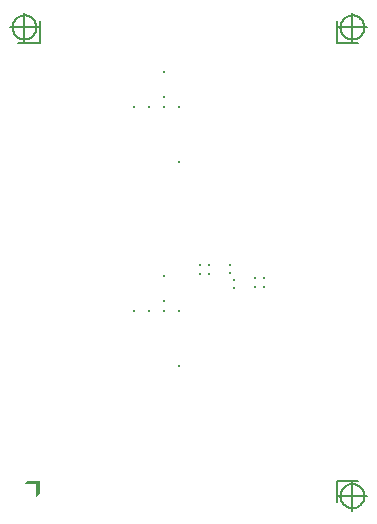
<source format=gbr>
G04 AutoGERB for AutoCAD 14/2000*
G04 RS274-X Output *
%FSLAX34Y34*%
%MOIN*%
%ADD12C,0.005000*%
%ADD13C,0.007000*%
%ADD14C,0.006667*%
%ADD15C,0.006250*%
%ADD16C,0.030000*%
%ADD17C,0.012488*%
%ADD18C,0.013000*%
%ADD19C,0.020000*%
%ADD20C,0.096000*%
G54D14*X10416Y-111D02*X10388Y-112D01*X10360Y-115*X10333Y-119*X10307Y-125*X10280Y-135*X10253Y-145*X10229Y-157*X10205Y-171*X10181Y-187*X10160Y-204*X10139Y-223*X10120Y-243*X10101Y-263*X10085Y-285*X10071Y-309*X10057Y-333*X10045Y-359*X10036Y-385*X10028Y-412*X10023Y-439*X10019Y-467*X10016Y-495*G54D14*X10016Y-511D02*X10017Y-539D01*X10020Y-565*X10025Y-593*X10032Y-620*X10040Y-647*X10051Y-673*X10063Y-697*X10076Y-721*X10092Y-745*X10109Y-767*X10128Y-788*X10148Y-807*X10169Y-825*X10192Y-841*X10215Y-856*X10240Y-869*X10265Y-881*X10291Y-891*X10317Y-899*X10345Y-904*X10372Y-908*X10400Y-911*G54D14*X9900Y0D02*X10616Y0D01*G54D14*X10416Y-511D02*X9933Y-511D01*G54D14*X9900Y0D02*X9900Y-716D01*G54D14*X10416Y-911D02*X10444Y-909D01*X10472Y-907*X10499Y-901*X10527Y-895*X10552Y-887*X10579Y-876*X10604Y-864*X10628Y-851*X10651Y-835*X10672Y-817*X10693Y-799*X10712Y-779*X10731Y-757*X10747Y-735*X10761Y-712*X10775Y-687*X10787Y-661*X10796Y-636*X10804Y-609*X10809Y-581*X10813Y-555*X10816Y-527*G54D14*X10416Y-511D02*X10416Y-993D01*G54D14*X10816Y-511D02*X10815Y-483D01*X10812Y-455*X10808Y-428*X10801Y-400*X10792Y-375*X10781Y-348*X10769Y-323*X10756Y-299*X10740Y-276*X10723Y-253*X10704Y-233*X10684Y-213*X10663Y-196*X10641Y-180*X10617Y-165*X10592Y-152*X10567Y-140*X10541Y-131*X10515Y-123*X10487Y-117*X10460Y-113*X10432Y-111*G54D14*X10416Y-511D02*X10899Y-511D01*G54D14*X10416Y-511D02*X10416Y-28D01*G36*X-416Y0D02*X-528Y-120D01*X-120Y-120*X-120Y-528*X0Y-416*X0Y0*X-416Y0*G37*G54D14*X-516Y15511D02*X-544Y15509D01*X-572Y15507*X-599Y15501*X-627Y15495*X-652Y15487*X-679Y15476*X-704Y15464*X-728Y15451*X-751Y15435*X-772Y15417*X-793Y15399*X-812Y15379*X-831Y15357*X-847Y15335*X-861Y15312*X-875Y15287*X-887Y15261*X-896Y15236*X-904Y15209*X-909Y15181*X-913Y15155*X-916Y15127*G54D14*X-916Y15111D02*X-915Y15083D01*X-912Y15055*X-908Y15028*X-901Y15000*X-892Y14975*X-881Y14948*X-869Y14923*X-856Y14899*X-840Y14876*X-823Y14853*X-804Y14833*X-784Y14813*X-763Y14796*X-741Y14780*X-717Y14765*X-692Y14752*X-667Y14740*X-641Y14731*X-615Y14723*X-587Y14717*X-560Y
14713*X-532Y14711*G54D14*X-516Y15111D02*X-999Y15111D01*G54D14*X-516Y14711D02*X-488Y14712D01*X-460Y14715*X-433Y14719*X-407Y14725*X-380Y14735*X-353Y14745*X-329Y14757*X-305Y14771*X-281Y14787*X-260Y14804*X-239Y14823*X-220Y14843*X-201Y14863*X-185Y14885*X-171Y14909*X-157Y14933*X-145Y14959*X-136Y14985*X-128Y15012*X-123Y15039*X-119Y15067*X-116Y15095*G54D14*X-516Y15111D02*X-516Y14628D01*G54D14*X0Y14600D02*X0Y15316D01*G54D14*X0Y14600D02*X-716Y14600D01*G54D14*X-116Y15111D02*X-117Y15139D01*X-120Y15165*X-125Y15193*X-132Y15220*X-140Y15247*X-151Y15273*X-163Y15297*X-176Y15321*X-192Y15345*X-209Y15367*X-228Y15388*X-248Y15407*X-269Y15425*X-292Y15441*X-315Y15456*X-340Y15469*X-365Y15481*X-391Y15491*X-417Y15499*X-445Y15504*X-472Y15508*X-500Y15511*G54D14*X-516Y15111D02*X-33Y15111D01*G54D14*X-516Y15111D02*X-516Y15593D01*G54D14*X10816Y15111D02*X10815Y15139D01*X10812Y15165*X10808Y15193*X10801Y15220*X10792Y15247*X10781Y15273*X10769Y15297*X10756Y15321*X10740Y15345*X10723Y15367*X10704Y15388*X10684Y15407*X10663Y15425*X10641Y15441*X10617Y15456*X10592Y15469*X10567Y15481*X10541Y15491*X10515Y15499*X10487Y15504*X10460Y15508*X10432Y15511*G54D14*X10416Y14711D02*X10444Y14712D01*X10472Y14715*X10499Y14719*X10527Y14725*X10552Y14735*X10579Y14745*X10604Y14757*X10628Y14771*X10651Y14787*X10672Y14804*X10693Y14823*X10712Y14843*X10731Y14863*X10747Y14885*X10761Y14909*X10775Y14933*X10787Y14959*X10796Y14985*X10804Y15012*X10809Y15039*X10813Y15067*X10816Y15095*G54D14*X10416Y15111D02*X10899Y15111D01*G54D14*X10016Y15111D02*X10017Y15083D01*X10020Y15055*X10025Y15028*X10032Y15000*X10040Y14975*X10051Y14948*X10063Y14923*X10076Y14899*X10092Y14876*X10109Y14853*X10128Y14833*X10148Y14813*X10169Y14796*X10192Y14780*X10215Y14765*X10240Y14752*X10265Y14740*X10291Y14731*X10317Y14723*X10345Y14717*X10372Y14713*X10400Y14711*G54D14*X10416Y15111D02*X10416Y14628D01*G54D14*X9900Y14600D02*X9900Y15316D01*G54D14*X9900Y14600D02*X10616Y14600D01*G54D14*X10416Y15511D02*X10388Y15509D01*X10360Y15507*X10333Y15501*X10307Y15495*X10280Y15487*X10253Y15476
*X10229Y15464*X10205Y15451*X10181Y15435*X10160Y15417*X10139Y15399*X10120Y15379*X10101Y15357*X10085Y15335*X10071Y15312*X10057Y15287*X10045Y15261*X10036Y15236*X10028Y15209*X10023Y15181*X10019Y15155*X10016Y15127*G54D14*X10416Y15111D02*X9933Y15111D01*G54D14*X10416Y15111D02*X10416Y15593D01*G54D18*X4650Y3840D03*G54D18*X3150Y5665D03*G54D18*X3650Y5665D03*G54D18*X4150Y5665D03*G54D18*X4650Y5665D03*G54D18*X6483Y6695D03*G54D18*X6483Y6425D03*G54D18*X6323Y6925D03*G54D18*X4650Y10620D03*G54D18*X6323Y7195D03*G54D18*X7483Y6744D03*G54D18*X7183Y6744D03*G54D18*X7483Y6444D03*G54D18*X7183Y6444D03*G54D18*X3150Y12445D03*G54D18*X4150Y13610D03*G54D18*X4150Y12785D03*G54D18*X3650Y12445D03*G54D18*X4150Y12445D03*G54D18*X4650Y12445D03*G54D18*X5323Y6876D03*G54D18*X5323Y7176D03*G54D18*X5623Y7176D03*G54D18*X4150Y6830D03*G54D18*X4150Y6005D03*G54D18*X5623Y6876D03*M02*

	THIS DOCUMENT AND ITS CONTENTS ARE OWNED BY, AND ARE
THE CONFIDENTIAL AND PROPRIETARY INFORMATION OF, MINI-CIRCUITS
("CONFIDENTIAL INFORMATION") AND MINI-CIRCUITS RESERVES ALL
DESIGN, USE, MANUFACTURING AND REPRODUCTION RIGHTS THERETO.
UNLESS OTHERWISE EXPRESSLY AGREED TO IN WRITING BY MINI-
CIRCUITS, THE CONFIDENTIAL INFROMATION WILL: (i) BE USED BY MINI-
CIRCUITS' VENDORS, VENDEES, OR THE UNITED STATES GOVERNMENT
("RECEIVING PARTY") SOLELY TO PROMOTE THE COMMERCIAL
RELATIONSHIP BETWEEN RECEIVING PARTY AND MINI-CIRCUITS
("PURPOSE") AND THEN ONLY TO THE EXTENT SPECIFIED BY MINI-
CIRCUITS; (ii) NOT BE USED FOR ANY OTHER PURPOSE AND NOT BE USED
IN ANY WAY DETRIMENTAL TO MINI-CIRCUITS OR TO COMPETE AGAINST
MINI-CIRCUITS; AND (iii) BE KEPT CONFIDENTIAL BY THE RECEIVING PARTY
AND RECEIVING PARTY AGREES NOT TO DISCLOSE THE CONFIDENTIAL
INFORMATION TO ANY THIRD PARTY.

</source>
